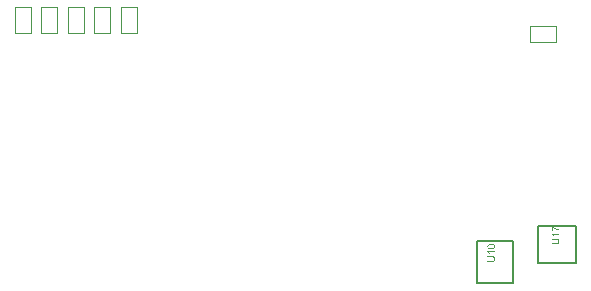
<source format=gbr>
%TF.GenerationSoftware,Altium Limited,Altium Designer,21.0.8 (223)*%
G04 Layer_Color=16711935*
%FSLAX45Y45*%
%MOMM*%
%TF.SameCoordinates,93EC2011-4169-4821-B187-25AADE7CFEA4*%
%TF.FilePolarity,Positive*%
%TF.FileFunction,Other,Top_Assembly*%
%TF.Part,Single*%
G01*
G75*
%TA.AperFunction,NonConductor*%
%ADD81C,0.20000*%
%ADD148C,0.10000*%
G36*
X8010854Y1077829D02*
X8011039Y1077645D01*
X8011409Y1077275D01*
X8011964Y1076905D01*
X8012611Y1076350D01*
X8013350Y1075610D01*
X8014275Y1074871D01*
X8015385Y1074039D01*
X8016494Y1073207D01*
X8017788Y1072190D01*
X8019268Y1071173D01*
X8020747Y1070156D01*
X8022411Y1069046D01*
X8024168Y1067937D01*
X8026109Y1066827D01*
X8028051Y1065718D01*
X8028143Y1065625D01*
X8028513Y1065440D01*
X8029068Y1065163D01*
X8029900Y1064701D01*
X8030917Y1064238D01*
X8032027Y1063684D01*
X8033321Y1063036D01*
X8034800Y1062389D01*
X8036464Y1061650D01*
X8038129Y1060818D01*
X8039978Y1060078D01*
X8041919Y1059338D01*
X8045895Y1057859D01*
X8050148Y1056472D01*
X8050240D01*
X8050518Y1056380D01*
X8050980Y1056287D01*
X8051535Y1056102D01*
X8052274Y1055917D01*
X8053199Y1055732D01*
X8054216Y1055455D01*
X8055326Y1055270D01*
X8056620Y1054993D01*
X8058007Y1054715D01*
X8060965Y1054253D01*
X8064201Y1053791D01*
X8067715Y1053514D01*
Y1045470D01*
X8067622D01*
X8067345D01*
X8066975D01*
X8066420Y1045562D01*
X8065681D01*
X8064756Y1045655D01*
X8063739Y1045747D01*
X8062630Y1045840D01*
X8061335Y1046025D01*
X8060041Y1046209D01*
X8058469Y1046487D01*
X8056897Y1046764D01*
X8055233Y1047042D01*
X8053384Y1047411D01*
X8049593Y1048336D01*
X8049501D01*
X8049131Y1048428D01*
X8048576Y1048613D01*
X8047744Y1048891D01*
X8046820Y1049168D01*
X8045710Y1049538D01*
X8044416Y1049908D01*
X8043029Y1050462D01*
X8041457Y1051017D01*
X8039885Y1051572D01*
X8036372Y1052959D01*
X8032674Y1054623D01*
X8028976Y1056472D01*
X8028883Y1056565D01*
X8028513Y1056749D01*
X8028051Y1057027D01*
X8027311Y1057397D01*
X8026479Y1057859D01*
X8025462Y1058506D01*
X8024353Y1059153D01*
X8023151Y1059893D01*
X8020470Y1061650D01*
X8017696Y1063499D01*
X8014830Y1065625D01*
X8012149Y1067844D01*
Y1036502D01*
X8004567D01*
Y1077922D01*
X8010762D01*
X8010854Y1077829D01*
D02*
G37*
G36*
X8067715Y1007933D02*
X8017696D01*
X8017788Y1007840D01*
X8018158Y1007378D01*
X8018713Y1006823D01*
X8019360Y1005899D01*
X8020192Y1004882D01*
X8021117Y1003587D01*
X8022134Y1002108D01*
X8023151Y1000444D01*
Y1000351D01*
X8023243Y1000259D01*
X8023613Y999704D01*
X8024075Y998780D01*
X8024630Y997670D01*
X8025277Y996376D01*
X8025925Y994989D01*
X8026572Y993602D01*
X8027126Y992215D01*
X8019545D01*
Y992308D01*
X8019360Y992493D01*
X8019268Y992862D01*
X8018990Y993325D01*
X8018713Y993879D01*
X8018343Y994527D01*
X8017419Y996098D01*
X8016402Y997947D01*
X8015107Y999797D01*
X8013628Y1001738D01*
X8012056Y1003680D01*
X8011964Y1003772D01*
X8011871Y1003865D01*
X8011594Y1004142D01*
X8011316Y1004512D01*
X8010392Y1005344D01*
X8009282Y1006453D01*
X8007988Y1007563D01*
X8006509Y1008765D01*
X8005029Y1009782D01*
X8003458Y1010706D01*
Y1015791D01*
X8067715D01*
Y1007933D01*
D02*
G37*
G36*
X8043121Y975203D02*
X8044046D01*
X8045155Y975111D01*
X8046265Y975018D01*
X8048761Y974741D01*
X8051350Y974371D01*
X8053846Y973816D01*
X8055048Y973447D01*
X8056158Y973077D01*
X8056250D01*
X8056435Y972984D01*
X8056712Y972799D01*
X8057082Y972615D01*
X8058099Y972060D01*
X8059394Y971228D01*
X8060873Y970118D01*
X8062352Y968824D01*
X8063924Y967160D01*
X8065311Y965126D01*
Y965033D01*
X8065496Y964848D01*
X8065588Y964571D01*
X8065866Y964109D01*
X8066143Y963554D01*
X8066420Y962814D01*
X8066698Y962075D01*
X8067067Y961150D01*
X8067437Y960133D01*
X8067715Y959023D01*
X8067992Y957822D01*
X8068269Y956435D01*
X8068454Y955048D01*
X8068639Y953569D01*
X8068824Y950240D01*
Y949408D01*
X8068732Y948761D01*
Y948021D01*
X8068639Y947097D01*
X8068547Y946080D01*
X8068454Y945063D01*
X8068084Y942751D01*
X8067530Y940255D01*
X8066790Y937851D01*
X8065773Y935540D01*
Y935447D01*
X8065588Y935262D01*
X8065403Y934985D01*
X8065218Y934615D01*
X8064479Y933598D01*
X8063462Y932396D01*
X8062167Y931009D01*
X8060688Y929715D01*
X8058839Y928421D01*
X8056805Y927404D01*
X8056712D01*
X8056527Y927311D01*
X8056158Y927219D01*
X8055695Y927034D01*
X8055141Y926849D01*
X8054401Y926664D01*
X8053569Y926387D01*
X8052552Y926202D01*
X8051442Y926017D01*
X8050240Y925739D01*
X8048946Y925554D01*
X8047559Y925369D01*
X8045987Y925185D01*
X8044323Y925092D01*
X8042567Y925000D01*
X8040717D01*
X8003735D01*
Y933506D01*
X8040717D01*
X8040810D01*
X8041087D01*
X8041550D01*
X8042104D01*
X8042752Y933598D01*
X8043584D01*
X8045340Y933691D01*
X8047374Y933875D01*
X8049408Y934153D01*
X8051350Y934523D01*
X8052182Y934708D01*
X8053014Y934985D01*
X8053199Y935077D01*
X8053661Y935262D01*
X8054309Y935725D01*
X8055233Y936279D01*
X8056158Y936926D01*
X8057175Y937851D01*
X8058192Y938961D01*
X8059024Y940255D01*
X8059116Y940440D01*
X8059394Y940902D01*
X8059671Y941734D01*
X8060041Y942844D01*
X8060503Y944138D01*
X8060780Y945802D01*
X8061058Y947559D01*
X8061150Y949501D01*
Y950425D01*
X8061058Y950980D01*
Y951812D01*
X8060965Y952644D01*
X8060596Y954678D01*
X8060133Y956897D01*
X8059394Y959023D01*
X8058377Y961058D01*
X8057729Y961982D01*
X8056990Y962814D01*
X8056897Y962907D01*
X8056805Y962999D01*
X8056527Y963184D01*
X8056158Y963461D01*
X8055603Y963739D01*
X8055048Y964109D01*
X8054216Y964478D01*
X8053384Y964848D01*
X8052367Y965218D01*
X8051165Y965495D01*
X8049778Y965865D01*
X8048299Y966143D01*
X8046635Y966420D01*
X8044878Y966605D01*
X8042844Y966790D01*
X8040717D01*
X8003735D01*
Y975296D01*
X8040717D01*
X8040810D01*
X8041180D01*
X8041642D01*
X8042289D01*
X8043121Y975203D01*
D02*
G37*
G36*
X7495230Y927643D02*
X7496340D01*
X7497542Y927551D01*
X7498836Y927458D01*
X7501794Y927181D01*
X7504846Y926719D01*
X7507804Y926164D01*
X7509191Y925794D01*
X7510578Y925332D01*
X7510670D01*
X7510855Y925239D01*
X7511225Y925055D01*
X7511687Y924870D01*
X7512334Y924685D01*
X7512982Y924315D01*
X7514553Y923575D01*
X7516218Y922651D01*
X7518067Y921449D01*
X7519731Y920062D01*
X7521303Y918398D01*
Y918305D01*
X7521488Y918213D01*
X7521673Y917935D01*
X7521857Y917566D01*
X7522135Y917103D01*
X7522505Y916641D01*
X7523152Y915254D01*
X7523799Y913590D01*
X7524446Y911648D01*
X7524816Y909337D01*
X7525001Y906841D01*
Y905916D01*
X7524908Y905269D01*
X7524816Y904529D01*
X7524631Y903605D01*
X7524446Y902588D01*
X7524169Y901478D01*
X7523799Y900369D01*
X7523429Y899167D01*
X7522874Y897965D01*
X7522227Y896763D01*
X7521488Y895561D01*
X7520563Y894359D01*
X7519546Y893250D01*
X7518437Y892233D01*
X7518344Y892140D01*
X7518067Y891955D01*
X7517604Y891678D01*
X7516865Y891216D01*
X7516033Y890753D01*
X7514923Y890291D01*
X7513629Y889644D01*
X7512150Y889089D01*
X7510485Y888534D01*
X7508544Y887980D01*
X7506417Y887425D01*
X7504013Y886963D01*
X7501425Y886500D01*
X7498651Y886223D01*
X7495600Y886038D01*
X7492364Y885946D01*
X7492272D01*
X7491902D01*
X7491255D01*
X7490515D01*
X7489498Y886038D01*
X7488388D01*
X7487186Y886131D01*
X7485800Y886223D01*
X7482933Y886500D01*
X7479882Y886963D01*
X7476831Y887517D01*
X7475445Y887887D01*
X7474058Y888257D01*
X7473965D01*
X7473780Y888350D01*
X7473411Y888534D01*
X7472948Y888719D01*
X7472301Y888904D01*
X7471654Y889274D01*
X7470082Y890014D01*
X7468418Y890938D01*
X7466661Y892140D01*
X7464905Y893527D01*
X7463425Y895191D01*
Y895284D01*
X7463240Y895376D01*
X7463055Y895654D01*
X7462871Y896023D01*
X7462501Y896486D01*
X7462223Y897040D01*
X7461484Y898427D01*
X7460836Y900091D01*
X7460189Y902033D01*
X7459819Y904344D01*
X7459635Y906841D01*
Y907673D01*
X7459727Y908690D01*
X7459912Y909892D01*
X7460189Y911279D01*
X7460559Y912758D01*
X7461021Y914330D01*
X7461761Y915809D01*
Y915901D01*
X7461854Y915994D01*
X7462131Y916456D01*
X7462593Y917196D01*
X7463240Y918120D01*
X7464165Y919137D01*
X7465182Y920247D01*
X7466384Y921264D01*
X7467771Y922281D01*
X7467956Y922373D01*
X7468418Y922743D01*
X7469250Y923113D01*
X7470452Y923760D01*
X7471839Y924315D01*
X7473411Y925055D01*
X7475260Y925702D01*
X7477294Y926256D01*
X7477386D01*
X7477571Y926349D01*
X7477848Y926441D01*
X7478311Y926534D01*
X7478865Y926626D01*
X7479513Y926719D01*
X7480345Y926904D01*
X7481269Y926996D01*
X7482286Y927181D01*
X7483396Y927273D01*
X7484690Y927366D01*
X7485985Y927551D01*
X7487464Y927643D01*
X7488943D01*
X7490607Y927736D01*
X7492364D01*
X7492456D01*
X7492826D01*
X7493473D01*
X7494213D01*
X7495230Y927643D01*
D02*
G37*
G36*
X7523891Y857931D02*
X7473873D01*
X7473965Y857839D01*
X7474335Y857377D01*
X7474890Y856822D01*
X7475537Y855897D01*
X7476369Y854880D01*
X7477294Y853586D01*
X7478311Y852107D01*
X7479328Y850443D01*
Y850350D01*
X7479420Y850258D01*
X7479790Y849703D01*
X7480252Y848778D01*
X7480807Y847669D01*
X7481454Y846374D01*
X7482101Y844988D01*
X7482749Y843601D01*
X7483303Y842214D01*
X7475722D01*
Y842306D01*
X7475537Y842491D01*
X7475445Y842861D01*
X7475167Y843323D01*
X7474890Y843878D01*
X7474520Y844525D01*
X7473595Y846097D01*
X7472578Y847946D01*
X7471284Y849795D01*
X7469805Y851737D01*
X7468233Y853679D01*
X7468141Y853771D01*
X7468048Y853863D01*
X7467771Y854141D01*
X7467493Y854511D01*
X7466569Y855343D01*
X7465459Y856452D01*
X7464165Y857562D01*
X7462686Y858764D01*
X7461206Y859781D01*
X7459635Y860705D01*
Y865790D01*
X7523891D01*
Y857931D01*
D02*
G37*
G36*
X7499298Y825202D02*
X7500223D01*
X7501332Y825110D01*
X7502442Y825017D01*
X7504938Y824740D01*
X7507527Y824370D01*
X7510023Y823815D01*
X7511225Y823445D01*
X7512334Y823076D01*
X7512427D01*
X7512612Y822983D01*
X7512889Y822798D01*
X7513259Y822613D01*
X7514276Y822059D01*
X7515570Y821226D01*
X7517050Y820117D01*
X7518529Y818823D01*
X7520101Y817158D01*
X7521488Y815124D01*
Y815032D01*
X7521673Y814847D01*
X7521765Y814570D01*
X7522042Y814107D01*
X7522320Y813553D01*
X7522597Y812813D01*
X7522874Y812073D01*
X7523244Y811149D01*
X7523614Y810132D01*
X7523891Y809022D01*
X7524169Y807820D01*
X7524446Y806433D01*
X7524631Y805047D01*
X7524816Y803567D01*
X7525001Y800239D01*
Y799407D01*
X7524908Y798760D01*
Y798020D01*
X7524816Y797095D01*
X7524724Y796078D01*
X7524631Y795061D01*
X7524261Y792750D01*
X7523707Y790254D01*
X7522967Y787850D01*
X7521950Y785538D01*
Y785446D01*
X7521765Y785261D01*
X7521580Y784984D01*
X7521395Y784614D01*
X7520656Y783597D01*
X7519639Y782395D01*
X7518344Y781008D01*
X7516865Y779714D01*
X7515016Y778419D01*
X7512982Y777402D01*
X7512889D01*
X7512704Y777310D01*
X7512334Y777217D01*
X7511872Y777032D01*
X7511317Y776848D01*
X7510578Y776663D01*
X7509746Y776385D01*
X7508729Y776200D01*
X7507619Y776015D01*
X7506417Y775738D01*
X7505123Y775553D01*
X7503736Y775368D01*
X7502164Y775183D01*
X7500500Y775091D01*
X7498743Y774998D01*
X7496894D01*
X7459912D01*
Y783504D01*
X7496894D01*
X7496987D01*
X7497264D01*
X7497726D01*
X7498281D01*
X7498928Y783597D01*
X7499760D01*
X7501517Y783689D01*
X7503551Y783874D01*
X7505585Y784152D01*
X7507527Y784521D01*
X7508359Y784706D01*
X7509191Y784984D01*
X7509376Y785076D01*
X7509838Y785261D01*
X7510485Y785723D01*
X7511410Y786278D01*
X7512334Y786925D01*
X7513351Y787850D01*
X7514369Y788959D01*
X7515201Y790254D01*
X7515293Y790439D01*
X7515570Y790901D01*
X7515848Y791733D01*
X7516218Y792842D01*
X7516680Y794137D01*
X7516957Y795801D01*
X7517235Y797558D01*
X7517327Y799499D01*
Y800424D01*
X7517235Y800979D01*
Y801811D01*
X7517142Y802643D01*
X7516772Y804677D01*
X7516310Y806896D01*
X7515570Y809022D01*
X7514553Y811056D01*
X7513906Y811981D01*
X7513167Y812813D01*
X7513074Y812905D01*
X7512982Y812998D01*
X7512704Y813183D01*
X7512334Y813460D01*
X7511780Y813738D01*
X7511225Y814107D01*
X7510393Y814477D01*
X7509561Y814847D01*
X7508544Y815217D01*
X7507342Y815494D01*
X7505955Y815864D01*
X7504476Y816141D01*
X7502812Y816419D01*
X7501055Y816604D01*
X7499021Y816789D01*
X7496894D01*
X7459912D01*
Y825295D01*
X7496894D01*
X7496987D01*
X7497357D01*
X7497819D01*
X7498466D01*
X7499298Y825202D01*
D02*
G37*
%LPC*%
G36*
X7495230Y919692D02*
X7492364D01*
X7492272D01*
X7492179D01*
X7491717D01*
X7490885D01*
X7489775Y919600D01*
X7488573D01*
X7487094Y919507D01*
X7485522Y919415D01*
X7483766Y919230D01*
X7480252Y918768D01*
X7478496Y918490D01*
X7476831Y918120D01*
X7475260Y917751D01*
X7473780Y917196D01*
X7472486Y916641D01*
X7471376Y915994D01*
X7471284D01*
X7471192Y915809D01*
X7470914Y915624D01*
X7470544Y915347D01*
X7469712Y914515D01*
X7468695Y913498D01*
X7467771Y912111D01*
X7466939Y910539D01*
X7466569Y909707D01*
X7466291Y908782D01*
X7466199Y907765D01*
X7466106Y906748D01*
Y906194D01*
X7466199Y905824D01*
X7466384Y904807D01*
X7466661Y903605D01*
X7467216Y902218D01*
X7468048Y900739D01*
X7468603Y899999D01*
X7469158Y899259D01*
X7469897Y898612D01*
X7470729Y897965D01*
X7470822D01*
X7471007Y897780D01*
X7471376Y897595D01*
X7471839Y897318D01*
X7472578Y897040D01*
X7473411Y896671D01*
X7474428Y896393D01*
X7475629Y896023D01*
X7477016Y895654D01*
X7478588Y895284D01*
X7480345Y894914D01*
X7482286Y894637D01*
X7484505Y894359D01*
X7486909Y894174D01*
X7489498Y894082D01*
X7492364Y893989D01*
X7492549D01*
X7493011D01*
X7493843D01*
X7494953Y894082D01*
X7496155D01*
X7497634Y894174D01*
X7499206Y894267D01*
X7500870Y894452D01*
X7504476Y894914D01*
X7506232Y895191D01*
X7507897Y895561D01*
X7509468Y895931D01*
X7510948Y896486D01*
X7512242Y897040D01*
X7513351Y897688D01*
X7513444D01*
X7513536Y897872D01*
X7514184Y898335D01*
X7515016Y899167D01*
X7515940Y900184D01*
X7516865Y901571D01*
X7517697Y903142D01*
X7518344Y904899D01*
X7518437Y905824D01*
X7518529Y906841D01*
Y907395D01*
X7518437Y907765D01*
X7518252Y908690D01*
X7517882Y909984D01*
X7517235Y911371D01*
X7516310Y912943D01*
X7515755Y913682D01*
X7515016Y914422D01*
X7514276Y915162D01*
X7513351Y915901D01*
X7513259D01*
X7513074Y916086D01*
X7512797Y916271D01*
X7512334Y916456D01*
X7511687Y916826D01*
X7510855Y917103D01*
X7509931Y917473D01*
X7508821Y917843D01*
X7507434Y918120D01*
X7505955Y918490D01*
X7504198Y918860D01*
X7502349Y919137D01*
X7500130Y919322D01*
X7497819Y919507D01*
X7495230Y919692D01*
D02*
G37*
%LPD*%
D81*
X7888000Y770000D02*
Y1080000D01*
X8212000D01*
Y770000D02*
Y1080000D01*
X7888000Y770000D02*
X8212000D01*
X7370000Y599690D02*
X7680000D01*
Y950310D01*
X7370000D02*
X7680000D01*
X7370000Y599690D02*
Y950310D01*
D148*
X7822420Y2772600D02*
X8042420D01*
X7822420Y2637600D02*
X8042420D01*
X7822420D02*
Y2772600D01*
X8042420Y2637600D02*
Y2772600D01*
X4357500Y2715000D02*
X4492500D01*
X4357500Y2935000D02*
X4492500D01*
X4357500Y2715000D02*
Y2935000D01*
X4492500Y2715000D02*
Y2935000D01*
X3907500Y2715000D02*
X4042500D01*
X3907500Y2935000D02*
X4042500D01*
X3907500Y2715000D02*
Y2935000D01*
X4042500Y2715000D02*
Y2935000D01*
X4132500Y2715000D02*
X4267500D01*
X4132500Y2935000D02*
X4267500D01*
X4132500Y2715000D02*
Y2935000D01*
X4267500Y2715000D02*
Y2935000D01*
X3682500Y2715000D02*
X3817500D01*
X3682500Y2935000D02*
X3817500D01*
X3682500Y2715000D02*
Y2935000D01*
X3817500Y2715000D02*
Y2935000D01*
X3457500Y2715000D02*
X3592500D01*
X3457500Y2935000D02*
X3592500D01*
X3457500Y2715000D02*
Y2935000D01*
X3592500Y2715000D02*
Y2935000D01*
%TF.MD5,da49894126545ea1c3cb7e98d665fa18*%
M02*

</source>
